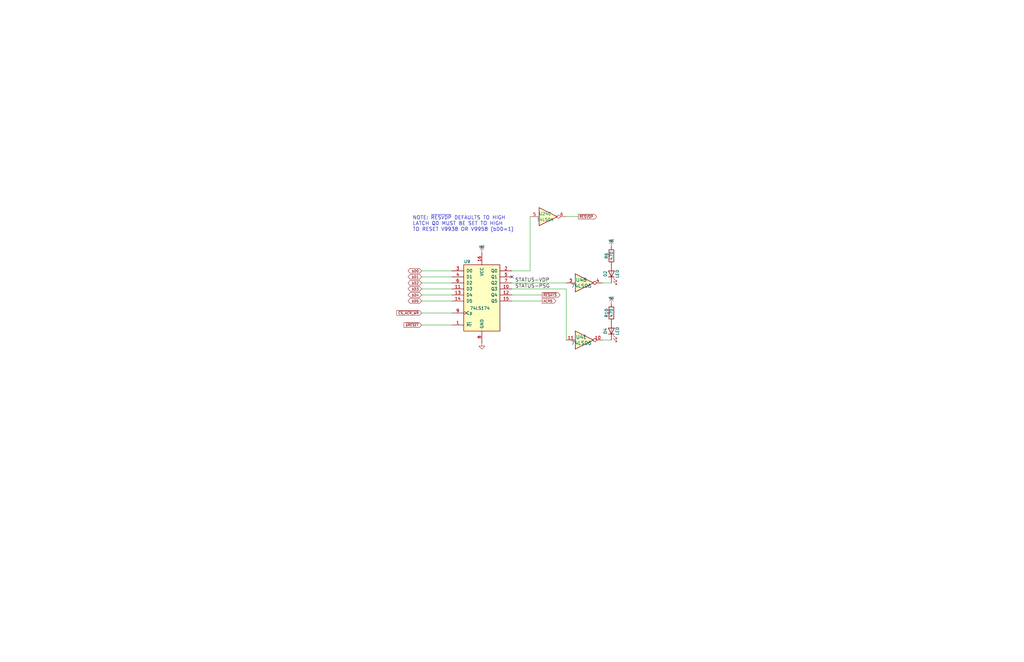
<source format=kicad_sch>
(kicad_sch (version 20211123) (generator eeschema)
  (paper "B")
  (lib_symbols
    (symbol "74xx:74LS04"
      (property "Reference" "U" (at 0 1.27 0))
      (property "Value" "74LS04" (at 0 -1.27 0))
      (symbol "74LS04_1_0"
        (polyline (pts (xy -3.81 3.81) (xy -3.81 -3.81) (xy 3.81 0) (xy -3.81 3.81)) (stroke (width 0.254)) (fill (type background)))
        (pin input line (at -7.62 0 0) (length 3.81) (name "~") (number "1"))
        (pin output inverted (at 7.62 0 180) (length 3.81) (name "~") (number "2"))
      )
      (symbol "74LS04_2_0"
        (polyline (pts (xy -3.81 3.81) (xy -3.81 -3.81) (xy 3.81 0) (xy -3.81 3.81)) (stroke (width 0.254)) (fill (type background)))
        (pin input line (at -7.62 0 0) (length 3.81) (name "~") (number "3"))
        (pin output inverted (at 7.62 0 180) (length 3.81) (name "~") (number "4"))
      )
      (symbol "74LS04_3_0"
        (polyline (pts (xy -3.81 3.81) (xy -3.81 -3.81) (xy 3.81 0) (xy -3.81 3.81)) (stroke (width 0.254)) (fill (type background)))
        (pin input line (at -7.62 0 0) (length 3.81) (name "~") (number "5"))
        (pin output inverted (at 7.62 0 180) (length 3.81) (name "~") (number "6"))
      )
      (symbol "74LS04_4_0"
        (polyline (pts (xy -3.81 3.81) (xy -3.81 -3.81) (xy 3.81 0) (xy -3.81 3.81)) (stroke (width 0.254)) (fill (type background)))
        (pin output inverted (at 7.62 0 180) (length 3.81) (name "~") (number "8"))
        (pin input line (at -7.62 0 0) (length 3.81) (name "~") (number "9"))
      )
      (symbol "74LS04_5_0"
        (polyline (pts (xy -3.81 3.81) (xy -3.81 -3.81) (xy 3.81 0) (xy -3.81 3.81)) (stroke (width 0.254)) (fill (type background)))
        (pin output inverted (at 7.62 0 180) (length 3.81) (name "~") (number "10"))
        (pin input line (at -7.62 0 0) (length 3.81) (name "~") (number "11"))
      )
      (symbol "74LS04_6_0"
        (polyline (pts (xy -3.81 3.81) (xy -3.81 -3.81) (xy 3.81 0) (xy -3.81 3.81)) (stroke (width 0.254)) (fill (type background)))
        (pin output inverted (at 7.62 0 180) (length 3.81) (name "~") (number "12"))
        (pin input line (at -7.62 0 0) (length 3.81) (name "~") (number "13"))
      )
      (symbol "74LS04_7_0"
        (pin power_in line (at 0 12.7 270) (length 5.08) (name "VCC") (number "14"))
        (pin power_in line (at 0 -12.7 90) (length 5.08) (name "GND") (number "7"))
      )
      (symbol "74LS04_7_1"
        (rectangle (start -5.08 7.62) (end 5.08 -7.62) (stroke (width 0.254)) (fill (type background)))
      )
    )
    (symbol "74xx:74LS06" (pin_names (offset 1.016))
      (property "Reference" "U" (at 0 1.27 0))
      (property "Value" "74LS06" (at 0 -1.27 0))
      (symbol "74LS06_1_0"
        (polyline (pts (xy -3.81 3.81) (xy -3.81 -3.81) (xy 3.81 0) (xy -3.81 3.81)) (stroke (width 0.254)) (fill (type background)))
        (pin input line (at -7.62 0 0) (length 3.81) (name "~") (number "1"))
        (pin open_collector inverted (at 7.62 0 180) (length 3.81) (name "~") (number "2"))
      )
      (symbol "74LS06_2_0"
        (polyline (pts (xy -3.81 3.81) (xy -3.81 -3.81) (xy 3.81 0) (xy -3.81 3.81)) (stroke (width 0.254)) (fill (type background)))
        (pin input line (at -7.62 0 0) (length 3.81) (name "~") (number "3"))
        (pin open_collector inverted (at 7.62 0 180) (length 3.81) (name "~") (number "4"))
      )
      (symbol "74LS06_3_0"
        (polyline (pts (xy -3.81 3.81) (xy -3.81 -3.81) (xy 3.81 0) (xy -3.81 3.81)) (stroke (width 0.254)) (fill (type background)))
        (pin input line (at -7.62 0 0) (length 3.81) (name "~") (number "5"))
        (pin open_collector inverted (at 7.62 0 180) (length 3.81) (name "~") (number "6"))
      )
      (symbol "74LS06_4_0"
        (polyline (pts (xy -3.81 3.81) (xy -3.81 -3.81) (xy 3.81 0) (xy -3.81 3.81)) (stroke (width 0.254)) (fill (type background)))
        (pin open_collector inverted (at 7.62 0 180) (length 3.81) (name "~") (number "8"))
        (pin input line (at -7.62 0 0) (length 3.81) (name "~") (number "9"))
      )
      (symbol "74LS06_5_0"
        (polyline (pts (xy -3.81 3.81) (xy -3.81 -3.81) (xy 3.81 0) (xy -3.81 3.81)) (stroke (width 0.254)) (fill (type background)))
        (pin open_collector inverted (at 7.62 0 180) (length 3.81) (name "~") (number "10"))
        (pin input line (at -7.62 0 0) (length 3.81) (name "~") (number "11"))
      )
      (symbol "74LS06_6_0"
        (polyline (pts (xy -3.81 3.81) (xy -3.81 -3.81) (xy 3.81 0) (xy -3.81 3.81)) (stroke (width 0.254)) (fill (type background)))
        (pin open_collector inverted (at 7.62 0 180) (length 3.81) (name "~") (number "12"))
        (pin input line (at -7.62 0 0) (length 3.81) (name "~") (number "13"))
      )
      (symbol "74LS06_7_0"
        (pin power_in line (at 0 12.7 270) (length 5.08) (name "VCC") (number "14"))
        (pin power_in line (at 0 -12.7 90) (length 5.08) (name "GND") (number "7"))
      )
      (symbol "74LS06_7_1"
        (rectangle (start -5.08 7.62) (end 5.08 -7.62) (stroke (width 0.254)) (fill (type background)))
      )
    )
    (symbol "74xx:74LS174" (pin_names (offset 1.016))
      (property "Reference" "U" (at -7.62 13.97 0))
      (property "Value" "74LS174" (at -7.62 -16.51 0))
      (symbol "74LS174_1_0"
        (pin input line (at -12.7 -12.7 0) (length 5.08) (name "~{Mr}") (number "1"))
        (pin output line (at 12.7 2.54 180) (length 5.08) (name "Q3") (number "10"))
        (pin input line (at -12.7 2.54 0) (length 5.08) (name "D3") (number "11"))
        (pin output line (at 12.7 0 180) (length 5.08) (name "Q4") (number "12"))
        (pin input line (at -12.7 0 0) (length 5.08) (name "D4") (number "13"))
        (pin input line (at -12.7 -2.54 0) (length 5.08) (name "D5") (number "14"))
        (pin output line (at 12.7 -2.54 180) (length 5.08) (name "Q5") (number "15"))
        (pin power_in line (at 0 17.78 270) (length 5.08) (name "VCC") (number "16"))
        (pin output line (at 12.7 10.16 180) (length 5.08) (name "Q0") (number "2"))
        (pin input line (at -12.7 10.16 0) (length 5.08) (name "D0") (number "3"))
        (pin input line (at -12.7 7.62 0) (length 5.08) (name "D1") (number "4"))
        (pin output line (at 12.7 7.62 180) (length 5.08) (name "Q1") (number "5"))
        (pin input line (at -12.7 5.08 0) (length 5.08) (name "D2") (number "6"))
        (pin output line (at 12.7 5.08 180) (length 5.08) (name "Q2") (number "7"))
        (pin power_in line (at 0 -20.32 90) (length 5.08) (name "GND") (number "8"))
        (pin input clock (at -12.7 -7.62 0) (length 5.08) (name "Cp") (number "9"))
      )
      (symbol "74LS174_1_1"
        (rectangle (start -7.62 12.7) (end 7.62 -15.24) (stroke (width 0.254)) (fill (type background)))
      )
    )
    (symbol "Device:LED" (pin_numbers hide) (pin_names (offset 1.016) hide)
      (property "Reference" "D" (at 0 2.54 0))
      (property "Value" "LED" (at 0 -2.54 0))
      (symbol "LED_0_1"
        (polyline (pts (xy -1.27 -1.27) (xy -1.27 1.27)) (stroke (width 0.254)))
        (polyline (pts (xy -1.27 0) (xy 1.27 0)))
        (polyline (pts (xy 1.27 -1.27) (xy 1.27 1.27) (xy -1.27 0) (xy 1.27 -1.27)) (stroke (width 0.254)))
        (polyline (pts (xy -3.048 -0.762) (xy -4.572 -2.286) (xy -3.81 -2.286) (xy -4.572 -2.286) (xy -4.572 -1.524)))
        (polyline (pts (xy -1.778 -0.762) (xy -3.302 -2.286) (xy -2.54 -2.286) (xy -3.302 -2.286) (xy -3.302 -1.524)))
      )
      (symbol "LED_1_1"
        (pin passive line (at -3.81 0 0) (length 2.54) (name "K") (number "1"))
        (pin passive line (at 3.81 0 180) (length 2.54) (name "A") (number "2"))
      )
    )
    (symbol "Device:R" (pin_numbers hide) (pin_names (offset 0))
      (property "Reference" "R" (at 2.032 0 90))
      (property "Value" "R" (at 0 0 90))
      (symbol "R_0_1"
        (rectangle (start -1.016 -2.54) (end 1.016 2.54) (stroke (width 0.254)))
      )
      (symbol "R_1_1"
        (pin passive line (at 0 3.81 270) (length 1.27) (name "~") (number "1"))
        (pin passive line (at 0 -3.81 90) (length 1.27) (name "~") (number "2"))
      )
    )
    (symbol "power:GND" (power) (pin_names (offset 0))
      (property "Value" "GND" (at 0 -3.81 0))
      (symbol "GND_0_1"
        (polyline (pts (xy 0 0) (xy 0 -1.27) (xy 1.27 -1.27) (xy 0 -2.54) (xy -1.27 -1.27) (xy 0 -1.27)))
      )
      (symbol "GND_1_1"
        (pin power_in line (at 0 0 270) (length 0) hide (name "GND") (number "1"))
      )
    )
    (symbol "power:VCC" (power) (pin_names (offset 0))
      (property "Value" "VCC" (at 0 3.81 0))
      (symbol "VCC_0_1"
        (polyline (pts (xy -0.762 1.27) (xy 0 2.54)))
        (polyline (pts (xy 0 0) (xy 0 2.54)))
        (polyline (pts (xy 0 2.54) (xy 0.762 1.27)))
      )
      (symbol "VCC_1_1"
        (pin power_in line (at 0 0 90) (length 0) hide (name "VCC") (number "1"))
      )
    )
  )
  (no_connect (at 215.9 116.84))
  (wire (pts (xy 177.8 137.16) (xy 190.5 137.16)))
  (wire (pts (xy 254 119.38) (xy 257.81 119.38)))
  (wire (pts (xy 177.8 127) (xy 190.5 127)))
  (wire (pts (xy 238.76 91.44) (xy 243.84 91.44)))
  (wire (pts (xy 177.8 124.46) (xy 190.5 124.46)))
  (wire (pts (xy 177.8 119.38) (xy 190.5 119.38)))
  (wire (pts (xy 215.9 114.3) (xy 223.52 114.3)))
  (wire (pts (xy 254 143.51) (xy 257.81 143.51)))
  (wire (pts (xy 238.76 121.92) (xy 238.76 143.51)))
  (wire (pts (xy 177.8 121.92) (xy 190.5 121.92)))
  (wire (pts (xy 177.8 114.3) (xy 190.5 114.3)))
  (wire (pts (xy 215.9 127) (xy 228.6 127)))
  (wire (pts (xy 177.8 132.08) (xy 190.5 132.08)))
  (wire (pts (xy 223.52 91.44) (xy 223.52 114.3)))
  (wire (pts (xy 215.9 119.38) (xy 238.76 119.38)))
  (wire (pts (xy 215.9 124.46) (xy 228.6 124.46)))
  (wire (pts (xy 177.8 116.84) (xy 190.5 116.84)))
  (wire (pts (xy 215.9 121.92) (xy 238.76 121.92)))
  (text "NOTE: ~{RESVDP} DEFAULTS TO HIGH\nLATCH Q0 MUST BE SET TO HIGH\nTO RESET V9938 OR V9958 (bD0=1)" (at 173.99 97.79 0) (effects (font (size 1.524 1.524)) (justify left bottom)))
  (label "STATUS-VDP" (at 217.17 119.38 0) (effects (font (size 1.524 1.524))))
  (label "STATUS-PSG" (at 217.17 121.92 0) (effects (font (size 1.524 1.524))))
  (global_label "~{RESVDP}" (shape output) (at 243.84 91.44 0) (effects (font (size 1.016 1.016))) (property "Intersheet References" "${INTERSHEET_REFS}" (effects hide)))
  (global_label "bD3" (shape bidirectional) (at 177.8 121.92 180) (effects (font (size 1.016 1.016))) (property "Intersheet References" "${INTERSHEET_REFS}" (effects hide)))
  (global_label "ACR5" (shape output) (at 228.6 127 0) (effects (font (size 1.016 1.016))) (property "Intersheet References" "${INTERSHEET_REFS}" (effects hide)))
  (global_label "bD2" (shape bidirectional) (at 177.8 119.38 180) (effects (font (size 1.016 1.016))) (property "Intersheet References" "${INTERSHEET_REFS}" (effects hide)))
  (global_label "~{RESAY3}" (shape output) (at 228.6 124.46 0) (effects (font (size 1.016 1.016))) (property "Intersheet References" "${INTERSHEET_REFS}" (effects hide)))
  (global_label "bD5" (shape bidirectional) (at 177.8 127 180) (effects (font (size 1.016 1.016))) (property "Intersheet References" "${INTERSHEET_REFS}" (effects hide)))
  (global_label "bD0" (shape bidirectional) (at 177.8 114.3 180) (effects (font (size 1.016 1.016))) (property "Intersheet References" "${INTERSHEET_REFS}" (effects hide)))
  (global_label "~{CS_ACR_WR}" (shape input) (at 177.8 132.08 180) (effects (font (size 1.016 1.016))) (property "Intersheet References" "${INTERSHEET_REFS}" (effects hide)))
  (global_label "~{bRESET}" (shape input) (at 177.8 137.16 180) (effects (font (size 1.016 1.016))) (property "Intersheet References" "${INTERSHEET_REFS}" (effects hide)))
  (global_label "bD1" (shape bidirectional) (at 177.8 116.84 180) (effects (font (size 1.016 1.016))) (property "Intersheet References" "${INTERSHEET_REFS}" (effects hide)))
  (global_label "bD4" (shape bidirectional) (at 177.8 124.46 180) (effects (font (size 1.016 1.016))) (property "Intersheet References" "${INTERSHEET_REFS}" (effects hide)))
  (symbol (lib_id "74xx:74LS06") (at 246.38 143.51 0) (unit 5)
    (property "Reference" "U4" (at 245.11 142.24 0) (effects (font (size 1.524 1.524))))
    (property "Value" "74LS06" (at 245.11 144.78 0) (effects (font (size 1.524 1.524))))
    (property "Footprint" "Package_DIP:DIP-14_W7.62mm" (effects hide))
    (property "Datasheet" "http://www.ti.com/lit/gpn/sn74LS06" (effects hide))
  )
  (symbol (lib_id "Device:LED") (at 257.81 115.57 90) (unit 1)
    (property "Reference" "D2" (at 255.27 115.57 0))
    (property "Value" "LED" (at 260.35 115.57 0))
    (property "Footprint" "LED_THT:LED_D3.0mm_Horizontal_O3.81mm_Z2.0mm" (effects hide))
  )
  (symbol (lib_id "power:GND") (at 203.2 144.78 0) (unit 1)
    (property "Reference" "#PWR09" (effects hide))
    (property "Value" "GND" (effects hide))
  )
  (symbol (lib_id "Device:LED") (at 257.81 139.7 90) (unit 1)
    (property "Reference" "D4" (at 255.27 139.7 0))
    (property "Value" "LED" (at 260.35 139.7 0))
    (property "Footprint" "LED_THT:LED_D3.0mm_Horizontal_O3.81mm_Z2.0mm" (effects hide))
  )
  (symbol (lib_id "power:VCC") (at 257.81 104.14 0) (unit 1)
    (property "Reference" "#PWR056" (effects hide))
    (property "Value" "VCC" (at 257.81 101.6 0) (effects (font (size 0.762 0.762))))
  )
  (symbol (lib_id "power:VCC") (at 257.81 128.27 0) (unit 1)
    (property "Reference" "#PWR066" (effects hide))
    (property "Value" "VCC" (at 257.81 125.73 0) (effects (font (size 0.762 0.762))))
  )
  (symbol (lib_id "74xx:74LS04") (at 231.14 91.44 0) (unit 3)
    (property "Reference" "U24" (at 229.87 90.17 0))
    (property "Value" "74LS04" (at 229.87 92.71 0))
    (property "Footprint" "Package_DIP:DIP-14_W7.62mm" (effects hide))
    (property "Datasheet" "http://www.ti.com/lit/gpn/sn74LS04" (effects hide))
  )
  (symbol (lib_id "74xx:74LS174") (at 203.2 124.46 0) (unit 1)
    (property "Reference" "U9" (at 195.58 111.125 0) (effects (justify left bottom)))
    (property "Value" "74LS174" (at 198.12 130.81 0) (effects (justify left bottom)))
    (property "Footprint" "Package_DIP:DIP-16_W7.62mm" (effects hide))
    (property "Datasheet" "http://www.ti.com/lit/gpn/sn74LS174" (effects hide))
  )
  (symbol (lib_id "Device:R") (at 257.81 132.08 180) (unit 1)
    (property "Reference" "R10" (at 255.778 132.08 90))
    (property "Value" "470" (at 257.81 132.08 90))
    (property "Footprint" "Resistor_THT:R_Axial_DIN0207_L6.3mm_D2.5mm_P7.62mm_Horizontal" (effects hide))
  )
  (symbol (lib_id "Device:R") (at 257.81 107.95 180) (unit 1)
    (property "Reference" "R6" (at 255.778 107.95 90))
    (property "Value" "470" (at 257.81 107.95 90))
    (property "Footprint" "Resistor_THT:R_Axial_DIN0207_L6.3mm_D2.5mm_P7.62mm_Horizontal" (effects hide))
  )
  (symbol (lib_id "power:VCC") (at 203.2 106.68 0) (unit 1)
    (property "Reference" "#PWR08" (effects hide))
    (property "Value" "VCC" (at 203.2 104.14 0) (effects (font (size 0.762 0.762))))
  )
  (symbol (lib_id "74xx:74LS06") (at 246.38 119.38 0) (unit 2)
    (property "Reference" "U4" (at 245.11 118.11 0) (effects (font (size 1.524 1.524))))
    (property "Value" "74LS06" (at 245.11 120.65 0) (effects (font (size 1.524 1.524))))
    (property "Footprint" "Package_DIP:DIP-14_W7.62mm" (effects hide))
    (property "Datasheet" "http://www.ti.com/lit/gpn/sn74LS06" (effects hide))
  )
)
</source>
